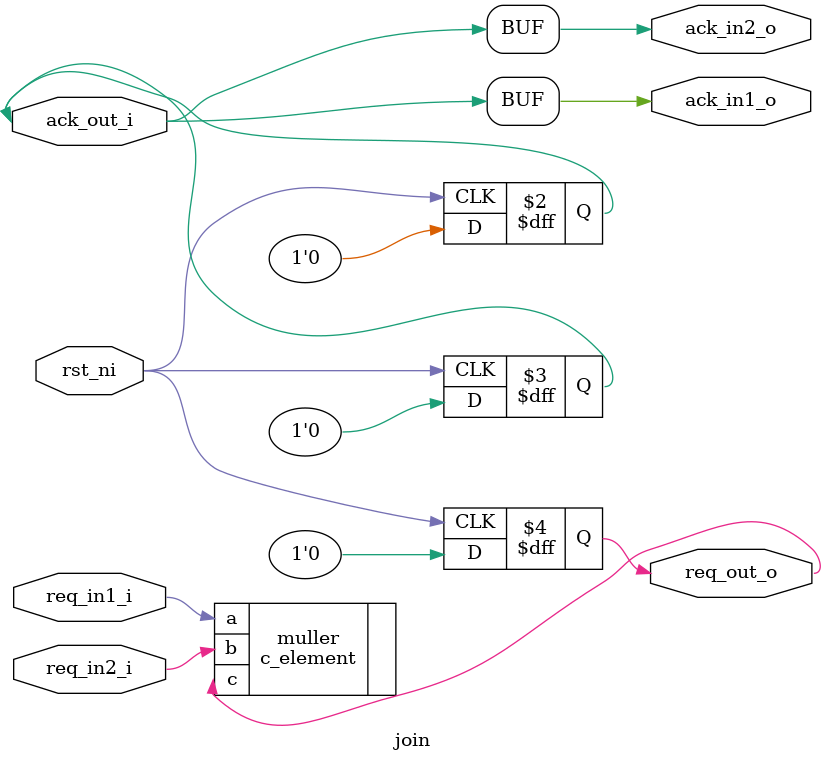
<source format=sv>
module join(
	input  logic rst_ni,

	input  logic req_in1_i,
	input  logic req_in2_i,
	input  logic ack_out_i,

	output logic ack_in1_o,
	output logic ack_in2_o,
	output logic req_out_o,
);

	always_ff @(negedge(rst_ni)) begin
		ack_in1_o <= 1'b0;
		ack_in2_o <= 1'b0;
		req_out_o <= 1'b0;
	end

	c_element muller(
	 .a(req_in1_i),
	 .b(req_in2_i),
	 .c(req_out_o)
	);

	assign ack_in1_o = ack_out_i;
	assign ack_in2_o = ack_out_i;

endmodule

</source>
